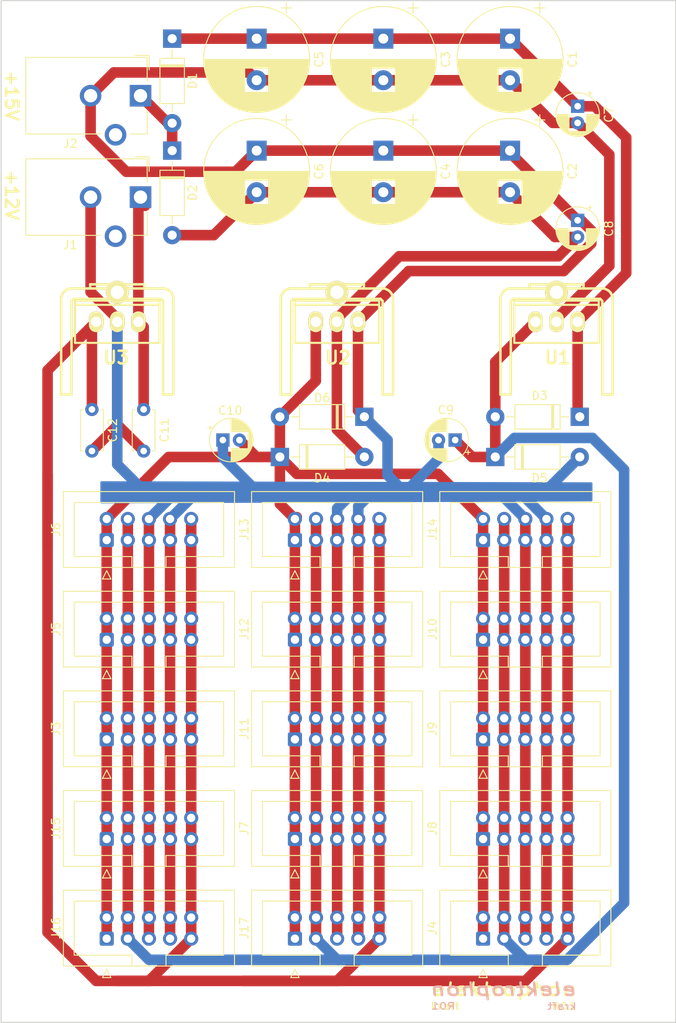
<source format=kicad_pcb>
(kicad_pcb (version 20171130) (host pcbnew 5.1.9)
  (title_block (title kraft) (date 2021-05-15) (rev R01) (comment 1 "main circuit") (comment 2 "Wall Wart Power Supply (+15V/-15V/5V)") (comment 4 "License CC BY 4.0 - Attribution 4.0 International"))
  (layers (0 F.Cu signal) (31 B.Cu signal) (34 B.Paste user) (35 F.Paste user) (36 B.SilkS user) (37 F.SilkS user) (38 B.Mask user) (39 F.Mask user) (44 Edge.Cuts user))
  (net 0 "")
  (net 1 "Net-(C1-Pad1)")
  (net 2 "Net-(C2-Pad2)")
  (net 3 -15V)
  (net 4 +15V)
  (net 5 +5V)
  (net 6 +12V)
  (net 7 15V_N)
  (net 8 15V_AC)
  (net 9 "Net-(J1-Pad3)")
  (net 10 "Net-(J2-Pad3)")
  (module "elektrophon:elektrophon logo" (layer F.Cu) (at 82.55 145.288)
    (fp_text reference REF** hide)
    (fp_text value "elektrophon logo" hide)
    (fp_text user kraft (at 8.84 1.02) (layer B.SilkS) (effects (font (size 0.8 1)) (justify left mirror)))
    (fp_text user R01 (at -8.83 1) (layer B.SilkS) (effects (font (size 0.8 1)) (justify right mirror)))
    (fp_text user elektrophon (at 0 -1.016) (layer B.SilkS) (effects (font (size 1.5 2) (thickness 0.3) italic) (justify mirror)))
    (fp_text user R01 (at 8.8 1.02) (layer F.SilkS) (effects (font (size 0.8 1)) (justify right)))
    (fp_text user kraft (at -8.88 1) (layer F.SilkS) (effects (font (size 0.8 1)) (justify left)))
    (fp_text user elektrophon (at 0 -1.016) (layer F.SilkS) (effects (font (size 1.5 2) (thickness 0.3) italic)))
  )
  (module Capacitor_THT:C_Disc_D4.7mm_W2.5mm_P5.00mm (layer F.Cu) (at 33.02 74.549 270)
    (fp_text reference C12 (at 2.5 -2.5 90) (layer F.SilkS))
    (fp_text value 0.1)
    (pad 2 thru_hole circle (at 5 0 270) (size 1.6 1.6) (drill 0.8) (layers *.Cu *.Mask) (net 7 15V_N))
    (pad 1 thru_hole circle (at 0 0 270) (size 1.6 1.6) (drill 0.8) (layers *.Cu *.Mask) (net 5 +5V))
  )
  (module Capacitor_THT:C_Disc_D4.7mm_W2.5mm_P5.00mm (layer F.Cu) (at 39.243 74.549 270)
    (fp_text reference C11 (at 2.5 -2.5 90) (layer F.SilkS))
    (fp_text value 0.33)
    (pad 2 thru_hole circle (at 5 0 270) (size 1.6 1.6) (drill 0.8) (layers *.Cu *.Mask) (net 7 15V_N))
    (pad 1 thru_hole circle (at 0 0 270) (size 1.6 1.6) (drill 0.8) (layers *.Cu *.Mask) (net 6 +12V))
  )
  (module Connector_BarrelJack:BarrelJack_CUI_PJ-102AH_Horizontal (layer F.Cu) (at 38.862 36.83 270)
    (fp_text reference J2 (at 5.75 8.45) (layer F.SilkS))
    (fp_text value PJ-102AH)
    (pad 3 thru_hole circle (at 4.7 3 270) (size 2.6 2.6) (drill 1.6) (layers *.Cu *.Mask) (net 10 "Net-(J2-Pad3)"))
    (pad 2 thru_hole circle (at 0 6 270) (size 2.6 2.6) (drill 1.6) (layers *.Cu *.Mask) (net 7 15V_N))
    (pad 1 thru_hole rect (at 0 0 270) (size 2.6 2.6) (drill 1.6) (layers *.Cu *.Mask) (net 8 15V_AC))
  )
  (module Connector_BarrelJack:BarrelJack_CUI_PJ-102AH_Horizontal (layer F.Cu) (at 38.862 49.022 270)
    (fp_text reference J1 (at 5.75 8.45) (layer F.SilkS))
    (fp_text value PJ-102AH)
    (pad 3 thru_hole circle (at 4.7 3 270) (size 2.6 2.6) (drill 1.6) (layers *.Cu *.Mask) (net 9 "Net-(J1-Pad3)"))
    (pad 2 thru_hole circle (at 0 6 270) (size 2.6 2.6) (drill 1.6) (layers *.Cu *.Mask) (net 7 15V_N))
    (pad 1 thru_hole rect (at 0 0 270) (size 2.6 2.6) (drill 1.6) (layers *.Cu *.Mask) (net 6 +12V))
  )
  (module Capacitor_THT:CP_Radial_D5.0mm_P2.00mm (layer F.Cu) (at 48.768 78.232)
    (fp_text reference C10 (at 0.889 -3.556) (layer F.SilkS))
    (fp_text value 1uF)
    (pad 2 thru_hole circle (at 2 0) (size 1.6 1.6) (drill 0.8) (layers *.Cu *.Mask) (net 3 -15V))
    (pad 1 thru_hole rect (at 0 0) (size 1.6 1.6) (drill 0.8) (layers *.Cu *.Mask) (net 7 15V_N))
  )
  (module Capacitor_THT:CP_Radial_D5.0mm_P2.00mm (layer F.Cu) (at 76.708 78.232 180)
    (fp_text reference C9 (at 1.127 3.616) (layer F.SilkS))
    (fp_text value 1uF)
    (pad 2 thru_hole circle (at 2 0 180) (size 1.6 1.6) (drill 0.8) (layers *.Cu *.Mask) (net 7 15V_N))
    (pad 1 thru_hole rect (at 0 0 180) (size 1.6 1.6) (drill 0.8) (layers *.Cu *.Mask) (net 4 +15V))
  )
  (module Capacitor_THT:CP_Radial_D5.0mm_P2.00mm (layer F.Cu) (at 91.44 51.816 270)
    (fp_text reference C8 (at 1 -3.75 90) (layer F.SilkS))
    (fp_text value 1uF)
    (pad 2 thru_hole circle (at 2 0 270) (size 1.6 1.6) (drill 0.8) (layers *.Cu *.Mask) (net 2 "Net-(C2-Pad2)"))
    (pad 1 thru_hole rect (at 0 0 270) (size 1.6 1.6) (drill 0.8) (layers *.Cu *.Mask) (net 7 15V_N))
  )
  (module Capacitor_THT:CP_Radial_D5.0mm_P2.00mm (layer F.Cu) (at 91.44 38.1 270)
    (fp_text reference C7 (at 1 -3.75 90) (layer F.SilkS))
    (fp_text value 1uF)
    (pad 2 thru_hole circle (at 2 0 270) (size 1.6 1.6) (drill 0.8) (layers *.Cu *.Mask) (net 7 15V_N))
    (pad 1 thru_hole rect (at 0 0 270) (size 1.6 1.6) (drill 0.8) (layers *.Cu *.Mask) (net 1 "Net-(C1-Pad1)"))
  )
  (module elektrophon:to220_std_5772 (layer F.Cu) (at 36.068 64.008)
    (fp_text reference U3 (at -0.127 4.318) (layer F.SilkS) (effects (font (size 1.524 1.524) (thickness 0.3048))))
    (fp_text value L7805 hide)
    (pad "" thru_hole circle (at 0 -3.54838) (size 2.74828 2.74828) (drill 1.59766) (layers *.Cu *.Mask F.SilkS))
    (pad 3 thru_hole oval (at -2.54 0) (size 1.74498 2.49936) (drill 1.24968) (layers *.Cu *.Mask F.SilkS) (net 5 +5V))
    (pad 2 thru_hole oval (at 0 0) (size 1.74498 2.49936) (drill 1.24968) (layers *.Cu *.Mask F.SilkS) (net 7 15V_N))
    (pad 1 thru_hole oval (at 2.54 0) (size 1.74498 2.49936) (drill 1.24968) (layers *.Cu *.Mask F.SilkS) (net 6 +12V))
  )
  (module elektrophon:to220_std_5772 (layer F.Cu) (at 62.484 64.008)
    (fp_text reference U2 (at 0.127 4.318) (layer F.SilkS) (effects (font (size 1.524 1.524) (thickness 0.3048))))
    (fp_text value L7915 hide)
    (pad "" thru_hole circle (at 0 -3.54838) (size 2.74828 2.74828) (drill 1.59766) (layers *.Cu *.Mask F.SilkS))
    (pad 3 thru_hole oval (at -2.54 0) (size 1.74498 2.49936) (drill 1.24968) (layers *.Cu *.Mask F.SilkS) (net 3 -15V))
    (pad 2 thru_hole oval (at 0 0) (size 1.74498 2.49936) (drill 1.24968) (layers *.Cu *.Mask F.SilkS) (net 2 "Net-(C2-Pad2)"))
    (pad 1 thru_hole oval (at 2.54 0) (size 1.74498 2.49936) (drill 1.24968) (layers *.Cu *.Mask F.SilkS) (net 7 15V_N))
  )
  (module elektrophon:to220_std_5772 (layer F.Cu) (at 88.9 64.008)
    (fp_text reference U1 (at 0.127 4.318) (layer F.SilkS) (effects (font (size 1.524 1.524) (thickness 0.3048))))
    (fp_text value L7815 hide)
    (pad "" thru_hole circle (at 0 -3.54838) (size 2.74828 2.74828) (drill 1.59766) (layers *.Cu *.Mask F.SilkS))
    (pad 3 thru_hole oval (at -2.54 0) (size 1.74498 2.49936) (drill 1.24968) (layers *.Cu *.Mask F.SilkS) (net 4 +15V))
    (pad 2 thru_hole oval (at 0 0) (size 1.74498 2.49936) (drill 1.24968) (layers *.Cu *.Mask F.SilkS) (net 7 15V_N))
    (pad 1 thru_hole oval (at 2.54 0) (size 1.74498 2.49936) (drill 1.24968) (layers *.Cu *.Mask F.SilkS) (net 1 "Net-(C1-Pad1)"))
  )
  (module Capacitor_THT:CP_Radial_D12.5mm_P5.00mm (layer F.Cu) (at 52.832 43.434 270)
    (fp_text reference C6 (at 2.5 -7.5 90) (layer F.SilkS))
    (fp_text value 3300uF)
    (pad 2 thru_hole circle (at 5 0 270) (size 2.4 2.4) (drill 1.2) (layers *.Cu *.Mask) (net 2 "Net-(C2-Pad2)"))
    (pad 1 thru_hole rect (at 0 0 270) (size 2.4 2.4) (drill 1.2) (layers *.Cu *.Mask) (net 7 15V_N))
  )
  (module Capacitor_THT:CP_Radial_D12.5mm_P5.00mm (layer F.Cu) (at 52.832 29.972 270)
    (fp_text reference C5 (at 2.5 -7.5 90) (layer F.SilkS))
    (fp_text value 3300uF)
    (pad 2 thru_hole circle (at 5 0 270) (size 2.4 2.4) (drill 1.2) (layers *.Cu *.Mask) (net 7 15V_N))
    (pad 1 thru_hole rect (at 0 0 270) (size 2.4 2.4) (drill 1.2) (layers *.Cu *.Mask) (net 1 "Net-(C1-Pad1)"))
  )
  (module Capacitor_THT:CP_Radial_D12.5mm_P5.00mm (layer F.Cu) (at 68.072 43.434 270)
    (fp_text reference C4 (at 2.5 -7.5 90) (layer F.SilkS))
    (fp_text value 3300uF)
    (pad 2 thru_hole circle (at 5 0 270) (size 2.4 2.4) (drill 1.2) (layers *.Cu *.Mask) (net 2 "Net-(C2-Pad2)"))
    (pad 1 thru_hole rect (at 0 0 270) (size 2.4 2.4) (drill 1.2) (layers *.Cu *.Mask) (net 7 15V_N))
  )
  (module Capacitor_THT:CP_Radial_D12.5mm_P5.00mm (layer F.Cu) (at 68.072 29.972 270)
    (fp_text reference C3 (at 2.5 -7.5 90) (layer F.SilkS))
    (fp_text value 3300uF)
    (pad 2 thru_hole circle (at 5 0 270) (size 2.4 2.4) (drill 1.2) (layers *.Cu *.Mask) (net 7 15V_N))
    (pad 1 thru_hole rect (at 0 0 270) (size 2.4 2.4) (drill 1.2) (layers *.Cu *.Mask) (net 1 "Net-(C1-Pad1)"))
  )
  (module Capacitor_THT:CP_Radial_D12.5mm_P5.00mm (layer F.Cu) (at 83.312 43.434 270)
    (fp_text reference C2 (at 2.5 -7.5 90) (layer F.SilkS))
    (fp_text value 3300uF)
    (pad 2 thru_hole circle (at 5 0 270) (size 2.4 2.4) (drill 1.2) (layers *.Cu *.Mask) (net 2 "Net-(C2-Pad2)"))
    (pad 1 thru_hole rect (at 0 0 270) (size 2.4 2.4) (drill 1.2) (layers *.Cu *.Mask) (net 7 15V_N))
  )
  (module Capacitor_THT:CP_Radial_D12.5mm_P5.00mm (layer F.Cu) (at 83.312 29.972 270)
    (fp_text reference C1 (at 2.5 -7.5 90) (layer F.SilkS))
    (fp_text value 3300uF)
    (pad 2 thru_hole circle (at 5 0 270) (size 2.4 2.4) (drill 1.2) (layers *.Cu *.Mask) (net 7 15V_N))
    (pad 1 thru_hole rect (at 0 0 270) (size 2.4 2.4) (drill 1.2) (layers *.Cu *.Mask) (net 1 "Net-(C1-Pad1)"))
  )
  (module Connector_IDC:IDC-Header_2x05_P2.54mm_Vertical (layer F.Cu) (at 57.433 138.176 90)
    (fp_text reference J17 (at 1.27 -6.1 90) (layer F.SilkS))
    (fp_text value IDC_Header)
    (pad 10 thru_hole circle (at 2.54 10.16 90) (size 1.7 1.7) (drill 1) (layers *.Cu *.Mask) (net 5 +5V))
    (pad 8 thru_hole circle (at 2.54 7.62 90) (size 1.7 1.7) (drill 1) (layers *.Cu *.Mask) (net 7 15V_N))
    (pad 6 thru_hole circle (at 2.54 5.08 90) (size 1.7 1.7) (drill 1) (layers *.Cu *.Mask) (net 7 15V_N))
    (pad 4 thru_hole circle (at 2.54 2.54 90) (size 1.7 1.7) (drill 1) (layers *.Cu *.Mask) (net 4 +15V))
    (pad 2 thru_hole circle (at 2.54 0 90) (size 1.7 1.7) (drill 1) (layers *.Cu *.Mask) (net 3 -15V))
    (pad 9 thru_hole circle (at 0 10.16 90) (size 1.7 1.7) (drill 1) (layers *.Cu *.Mask) (net 5 +5V))
    (pad 7 thru_hole circle (at 0 7.62 90) (size 1.7 1.7) (drill 1) (layers *.Cu *.Mask) (net 7 15V_N))
    (pad 5 thru_hole circle (at 0 5.08 90) (size 1.7 1.7) (drill 1) (layers *.Cu *.Mask) (net 7 15V_N))
    (pad 3 thru_hole circle (at 0 2.54 90) (size 1.7 1.7) (drill 1) (layers *.Cu *.Mask) (net 4 +15V))
    (pad 1 thru_hole roundrect (at 0 0 90) (size 1.7 1.7) (drill 1) (layers *.Cu *.Mask) (roundrect_rratio 0.147059) (net 3 -15V))
  )
  (module Connector_IDC:IDC-Header_2x05_P2.54mm_Vertical (layer F.Cu) (at 34.798 138.176 90)
    (fp_text reference J16 (at 1.27 -6.1 90) (layer F.SilkS))
    (fp_text value IDC_Header)
    (pad 10 thru_hole circle (at 2.54 10.16 90) (size 1.7 1.7) (drill 1) (layers *.Cu *.Mask) (net 5 +5V))
    (pad 8 thru_hole circle (at 2.54 7.62 90) (size 1.7 1.7) (drill 1) (layers *.Cu *.Mask) (net 7 15V_N))
    (pad 6 thru_hole circle (at 2.54 5.08 90) (size 1.7 1.7) (drill 1) (layers *.Cu *.Mask) (net 7 15V_N))
    (pad 4 thru_hole circle (at 2.54 2.54 90) (size 1.7 1.7) (drill 1) (layers *.Cu *.Mask) (net 4 +15V))
    (pad 2 thru_hole circle (at 2.54 0 90) (size 1.7 1.7) (drill 1) (layers *.Cu *.Mask) (net 3 -15V))
    (pad 9 thru_hole circle (at 0 10.16 90) (size 1.7 1.7) (drill 1) (layers *.Cu *.Mask) (net 5 +5V))
    (pad 7 thru_hole circle (at 0 7.62 90) (size 1.7 1.7) (drill 1) (layers *.Cu *.Mask) (net 7 15V_N))
    (pad 5 thru_hole circle (at 0 5.08 90) (size 1.7 1.7) (drill 1) (layers *.Cu *.Mask) (net 7 15V_N))
    (pad 3 thru_hole circle (at 0 2.54 90) (size 1.7 1.7) (drill 1) (layers *.Cu *.Mask) (net 4 +15V))
    (pad 1 thru_hole roundrect (at 0 0 90) (size 1.7 1.7) (drill 1) (layers *.Cu *.Mask) (roundrect_rratio 0.147059) (net 3 -15V))
  )
  (module Connector_IDC:IDC-Header_2x05_P2.54mm_Vertical (layer F.Cu) (at 34.798 126.196 90)
    (fp_text reference J15 (at 1.27 -6.1 90) (layer F.SilkS))
    (fp_text value IDC_Header)
    (pad 10 thru_hole circle (at 2.54 10.16 90) (size 1.7 1.7) (drill 1) (layers *.Cu *.Mask) (net 5 +5V))
    (pad 8 thru_hole circle (at 2.54 7.62 90) (size 1.7 1.7) (drill 1) (layers *.Cu *.Mask) (net 7 15V_N))
    (pad 6 thru_hole circle (at 2.54 5.08 90) (size 1.7 1.7) (drill 1) (layers *.Cu *.Mask) (net 7 15V_N))
    (pad 4 thru_hole circle (at 2.54 2.54 90) (size 1.7 1.7) (drill 1) (layers *.Cu *.Mask) (net 4 +15V))
    (pad 2 thru_hole circle (at 2.54 0 90) (size 1.7 1.7) (drill 1) (layers *.Cu *.Mask) (net 3 -15V))
    (pad 9 thru_hole circle (at 0 10.16 90) (size 1.7 1.7) (drill 1) (layers *.Cu *.Mask) (net 5 +5V))
    (pad 7 thru_hole circle (at 0 7.62 90) (size 1.7 1.7) (drill 1) (layers *.Cu *.Mask) (net 7 15V_N))
    (pad 5 thru_hole circle (at 0 5.08 90) (size 1.7 1.7) (drill 1) (layers *.Cu *.Mask) (net 7 15V_N))
    (pad 3 thru_hole circle (at 0 2.54 90) (size 1.7 1.7) (drill 1) (layers *.Cu *.Mask) (net 4 +15V))
    (pad 1 thru_hole roundrect (at 0 0 90) (size 1.7 1.7) (drill 1) (layers *.Cu *.Mask) (roundrect_rratio 0.147059) (net 3 -15V))
  )
  (module Connector_IDC:IDC-Header_2x05_P2.54mm_Vertical (layer F.Cu) (at 80.068 90.256 90)
    (fp_text reference J14 (at 1.27 -6.1 90) (layer F.SilkS))
    (fp_text value IDC_Header)
    (pad 10 thru_hole circle (at 2.54 10.16 90) (size 1.7 1.7) (drill 1) (layers *.Cu *.Mask) (net 5 +5V))
    (pad 8 thru_hole circle (at 2.54 7.62 90) (size 1.7 1.7) (drill 1) (layers *.Cu *.Mask) (net 7 15V_N))
    (pad 6 thru_hole circle (at 2.54 5.08 90) (size 1.7 1.7) (drill 1) (layers *.Cu *.Mask) (net 7 15V_N))
    (pad 4 thru_hole circle (at 2.54 2.54 90) (size 1.7 1.7) (drill 1) (layers *.Cu *.Mask) (net 4 +15V))
    (pad 2 thru_hole circle (at 2.54 0 90) (size 1.7 1.7) (drill 1) (layers *.Cu *.Mask) (net 3 -15V))
    (pad 9 thru_hole circle (at 0 10.16 90) (size 1.7 1.7) (drill 1) (layers *.Cu *.Mask) (net 5 +5V))
    (pad 7 thru_hole circle (at 0 7.62 90) (size 1.7 1.7) (drill 1) (layers *.Cu *.Mask) (net 7 15V_N))
    (pad 5 thru_hole circle (at 0 5.08 90) (size 1.7 1.7) (drill 1) (layers *.Cu *.Mask) (net 7 15V_N))
    (pad 3 thru_hole circle (at 0 2.54 90) (size 1.7 1.7) (drill 1) (layers *.Cu *.Mask) (net 4 +15V))
    (pad 1 thru_hole roundrect (at 0 0 90) (size 1.7 1.7) (drill 1) (layers *.Cu *.Mask) (roundrect_rratio 0.147059) (net 3 -15V))
  )
  (module Connector_IDC:IDC-Header_2x05_P2.54mm_Vertical (layer F.Cu) (at 57.433 90.256 90)
    (fp_text reference J13 (at 1.27 -6.1 90) (layer F.SilkS))
    (fp_text value IDC_Header)
    (pad 10 thru_hole circle (at 2.54 10.16 90) (size 1.7 1.7) (drill 1) (layers *.Cu *.Mask) (net 5 +5V))
    (pad 8 thru_hole circle (at 2.54 7.62 90) (size 1.7 1.7) (drill 1) (layers *.Cu *.Mask) (net 7 15V_N))
    (pad 6 thru_hole circle (at 2.54 5.08 90) (size 1.7 1.7) (drill 1) (layers *.Cu *.Mask) (net 7 15V_N))
    (pad 4 thru_hole circle (at 2.54 2.54 90) (size 1.7 1.7) (drill 1) (layers *.Cu *.Mask) (net 4 +15V))
    (pad 2 thru_hole circle (at 2.54 0 90) (size 1.7 1.7) (drill 1) (layers *.Cu *.Mask) (net 3 -15V))
    (pad 9 thru_hole circle (at 0 10.16 90) (size 1.7 1.7) (drill 1) (layers *.Cu *.Mask) (net 5 +5V))
    (pad 7 thru_hole circle (at 0 7.62 90) (size 1.7 1.7) (drill 1) (layers *.Cu *.Mask) (net 7 15V_N))
    (pad 5 thru_hole circle (at 0 5.08 90) (size 1.7 1.7) (drill 1) (layers *.Cu *.Mask) (net 7 15V_N))
    (pad 3 thru_hole circle (at 0 2.54 90) (size 1.7 1.7) (drill 1) (layers *.Cu *.Mask) (net 4 +15V))
    (pad 1 thru_hole roundrect (at 0 0 90) (size 1.7 1.7) (drill 1) (layers *.Cu *.Mask) (roundrect_rratio 0.147059) (net 3 -15V))
  )
  (module Connector_IDC:IDC-Header_2x05_P2.54mm_Vertical (layer F.Cu) (at 57.433 102.236 90)
    (fp_text reference J12 (at 1.27 -6.1 90) (layer F.SilkS))
    (fp_text value IDC_Header)
    (pad 10 thru_hole circle (at 2.54 10.16 90) (size 1.7 1.7) (drill 1) (layers *.Cu *.Mask) (net 5 +5V))
    (pad 8 thru_hole circle (at 2.54 7.62 90) (size 1.7 1.7) (drill 1) (layers *.Cu *.Mask) (net 7 15V_N))
    (pad 6 thru_hole circle (at 2.54 5.08 90) (size 1.7 1.7) (drill 1) (layers *.Cu *.Mask) (net 7 15V_N))
    (pad 4 thru_hole circle (at 2.54 2.54 90) (size 1.7 1.7) (drill 1) (layers *.Cu *.Mask) (net 4 +15V))
    (pad 2 thru_hole circle (at 2.54 0 90) (size 1.7 1.7) (drill 1) (layers *.Cu *.Mask) (net 3 -15V))
    (pad 9 thru_hole circle (at 0 10.16 90) (size 1.7 1.7) (drill 1) (layers *.Cu *.Mask) (net 5 +5V))
    (pad 7 thru_hole circle (at 0 7.62 90) (size 1.7 1.7) (drill 1) (layers *.Cu *.Mask) (net 7 15V_N))
    (pad 5 thru_hole circle (at 0 5.08 90) (size 1.7 1.7) (drill 1) (layers *.Cu *.Mask) (net 7 15V_N))
    (pad 3 thru_hole circle (at 0 2.54 90) (size 1.7 1.7) (drill 1) (layers *.Cu *.Mask) (net 4 +15V))
    (pad 1 thru_hole roundrect (at 0 0 90) (size 1.7 1.7) (drill 1) (layers *.Cu *.Mask) (roundrect_rratio 0.147059) (net 3 -15V))
  )
  (module Connector_IDC:IDC-Header_2x05_P2.54mm_Vertical (layer F.Cu) (at 57.433 114.216 90)
    (fp_text reference J11 (at 1.27 -6.1 90) (layer F.SilkS))
    (fp_text value IDC_Header)
    (pad 10 thru_hole circle (at 2.54 10.16 90) (size 1.7 1.7) (drill 1) (layers *.Cu *.Mask) (net 5 +5V))
    (pad 8 thru_hole circle (at 2.54 7.62 90) (size 1.7 1.7) (drill 1) (layers *.Cu *.Mask) (net 7 15V_N))
    (pad 6 thru_hole circle (at 2.54 5.08 90) (size 1.7 1.7) (drill 1) (layers *.Cu *.Mask) (net 7 15V_N))
    (pad 4 thru_hole circle (at 2.54 2.54 90) (size 1.7 1.7) (drill 1) (layers *.Cu *.Mask) (net 4 +15V))
    (pad 2 thru_hole circle (at 2.54 0 90) (size 1.7 1.7) (drill 1) (layers *.Cu *.Mask) (net 3 -15V))
    (pad 9 thru_hole circle (at 0 10.16 90) (size 1.7 1.7) (drill 1) (layers *.Cu *.Mask) (net 5 +5V))
    (pad 7 thru_hole circle (at 0 7.62 90) (size 1.7 1.7) (drill 1) (layers *.Cu *.Mask) (net 7 15V_N))
    (pad 5 thru_hole circle (at 0 5.08 90) (size 1.7 1.7) (drill 1) (layers *.Cu *.Mask) (net 7 15V_N))
    (pad 3 thru_hole circle (at 0 2.54 90) (size 1.7 1.7) (drill 1) (layers *.Cu *.Mask) (net 4 +15V))
    (pad 1 thru_hole roundrect (at 0 0 90) (size 1.7 1.7) (drill 1) (layers *.Cu *.Mask) (roundrect_rratio 0.147059) (net 3 -15V))
  )
  (module Connector_IDC:IDC-Header_2x05_P2.54mm_Vertical (layer F.Cu) (at 80.068 102.236 90)
    (fp_text reference J10 (at 1.27 -6.1 90) (layer F.SilkS))
    (fp_text value IDC_Header)
    (pad 10 thru_hole circle (at 2.54 10.16 90) (size 1.7 1.7) (drill 1) (layers *.Cu *.Mask) (net 5 +5V))
    (pad 8 thru_hole circle (at 2.54 7.62 90) (size 1.7 1.7) (drill 1) (layers *.Cu *.Mask) (net 7 15V_N))
    (pad 6 thru_hole circle (at 2.54 5.08 90) (size 1.7 1.7) (drill 1) (layers *.Cu *.Mask) (net 7 15V_N))
    (pad 4 thru_hole circle (at 2.54 2.54 90) (size 1.7 1.7) (drill 1) (layers *.Cu *.Mask) (net 4 +15V))
    (pad 2 thru_hole circle (at 2.54 0 90) (size 1.7 1.7) (drill 1) (layers *.Cu *.Mask) (net 3 -15V))
    (pad 9 thru_hole circle (at 0 10.16 90) (size 1.7 1.7) (drill 1) (layers *.Cu *.Mask) (net 5 +5V))
    (pad 7 thru_hole circle (at 0 7.62 90) (size 1.7 1.7) (drill 1) (layers *.Cu *.Mask) (net 7 15V_N))
    (pad 5 thru_hole circle (at 0 5.08 90) (size 1.7 1.7) (drill 1) (layers *.Cu *.Mask) (net 7 15V_N))
    (pad 3 thru_hole circle (at 0 2.54 90) (size 1.7 1.7) (drill 1) (layers *.Cu *.Mask) (net 4 +15V))
    (pad 1 thru_hole roundrect (at 0 0 90) (size 1.7 1.7) (drill 1) (layers *.Cu *.Mask) (roundrect_rratio 0.147059) (net 3 -15V))
  )
  (module Connector_IDC:IDC-Header_2x05_P2.54mm_Vertical (layer F.Cu) (at 80.068 114.216 90)
    (fp_text reference J9 (at 1.27 -6.1 90) (layer F.SilkS))
    (fp_text value IDC_Header)
    (pad 10 thru_hole circle (at 2.54 10.16 90) (size 1.7 1.7) (drill 1) (layers *.Cu *.Mask) (net 5 +5V))
    (pad 8 thru_hole circle (at 2.54 7.62 90) (size 1.7 1.7) (drill 1) (layers *.Cu *.Mask) (net 7 15V_N))
    (pad 6 thru_hole circle (at 2.54 5.08 90) (size 1.7 1.7) (drill 1) (layers *.Cu *.Mask) (net 7 15V_N))
    (pad 4 thru_hole circle (at 2.54 2.54 90) (size 1.7 1.7) (drill 1) (layers *.Cu *.Mask) (net 4 +15V))
    (pad 2 thru_hole circle (at 2.54 0 90) (size 1.7 1.7) (drill 1) (layers *.Cu *.Mask) (net 3 -15V))
    (pad 9 thru_hole circle (at 0 10.16 90) (size 1.7 1.7) (drill 1) (layers *.Cu *.Mask) (net 5 +5V))
    (pad 7 thru_hole circle (at 0 7.62 90) (size 1.7 1.7) (drill 1) (layers *.Cu *.Mask) (net 7 15V_N))
    (pad 5 thru_hole circle (at 0 5.08 90) (size 1.7 1.7) (drill 1) (layers *.Cu *.Mask) (net 7 15V_N))
    (pad 3 thru_hole circle (at 0 2.54 90) (size 1.7 1.7) (drill 1) (layers *.Cu *.Mask) (net 4 +15V))
    (pad 1 thru_hole roundrect (at 0 0 90) (size 1.7 1.7) (drill 1) (layers *.Cu *.Mask) (roundrect_rratio 0.147059) (net 3 -15V))
  )
  (module Connector_IDC:IDC-Header_2x05_P2.54mm_Vertical (layer F.Cu) (at 80.068 126.196 90)
    (fp_text reference J8 (at 1.27 -6.1 90) (layer F.SilkS))
    (fp_text value IDC_Header)
    (pad 10 thru_hole circle (at 2.54 10.16 90) (size 1.7 1.7) (drill 1) (layers *.Cu *.Mask) (net 5 +5V))
    (pad 8 thru_hole circle (at 2.54 7.62 90) (size 1.7 1.7) (drill 1) (layers *.Cu *.Mask) (net 7 15V_N))
    (pad 6 thru_hole circle (at 2.54 5.08 90) (size 1.7 1.7) (drill 1) (layers *.Cu *.Mask) (net 7 15V_N))
    (pad 4 thru_hole circle (at 2.54 2.54 90) (size 1.7 1.7) (drill 1) (layers *.Cu *.Mask) (net 4 +15V))
    (pad 2 thru_hole circle (at 2.54 0 90) (size 1.7 1.7) (drill 1) (layers *.Cu *.Mask) (net 3 -15V))
    (pad 9 thru_hole circle (at 0 10.16 90) (size 1.7 1.7) (drill 1) (layers *.Cu *.Mask) (net 5 +5V))
    (pad 7 thru_hole circle (at 0 7.62 90) (size 1.7 1.7) (drill 1) (layers *.Cu *.Mask) (net 7 15V_N))
    (pad 5 thru_hole circle (at 0 5.08 90) (size 1.7 1.7) (drill 1) (layers *.Cu *.Mask) (net 7 15V_N))
    (pad 3 thru_hole circle (at 0 2.54 90) (size 1.7 1.7) (drill 1) (layers *.Cu *.Mask) (net 4 +15V))
    (pad 1 thru_hole roundrect (at 0 0 90) (size 1.7 1.7) (drill 1) (layers *.Cu *.Mask) (roundrect_rratio 0.147059) (net 3 -15V))
  )
  (module Connector_IDC:IDC-Header_2x05_P2.54mm_Vertical (layer F.Cu) (at 57.433 126.196 90)
    (fp_text reference J7 (at 1.27 -6.1 90) (layer F.SilkS))
    (fp_text value IDC_Header)
    (pad 10 thru_hole circle (at 2.54 10.16 90) (size 1.7 1.7) (drill 1) (layers *.Cu *.Mask) (net 5 +5V))
    (pad 8 thru_hole circle (at 2.54 7.62 90) (size 1.7 1.7) (drill 1) (layers *.Cu *.Mask) (net 7 15V_N))
    (pad 6 thru_hole circle (at 2.54 5.08 90) (size 1.7 1.7) (drill 1) (layers *.Cu *.Mask) (net 7 15V_N))
    (pad 4 thru_hole circle (at 2.54 2.54 90) (size 1.7 1.7) (drill 1) (layers *.Cu *.Mask) (net 4 +15V))
    (pad 2 thru_hole circle (at 2.54 0 90) (size 1.7 1.7) (drill 1) (layers *.Cu *.Mask) (net 3 -15V))
    (pad 9 thru_hole circle (at 0 10.16 90) (size 1.7 1.7) (drill 1) (layers *.Cu *.Mask) (net 5 +5V))
    (pad 7 thru_hole circle (at 0 7.62 90) (size 1.7 1.7) (drill 1) (layers *.Cu *.Mask) (net 7 15V_N))
    (pad 5 thru_hole circle (at 0 5.08 90) (size 1.7 1.7) (drill 1) (layers *.Cu *.Mask) (net 7 15V_N))
    (pad 3 thru_hole circle (at 0 2.54 90) (size 1.7 1.7) (drill 1) (layers *.Cu *.Mask) (net 4 +15V))
    (pad 1 thru_hole roundrect (at 0 0 90) (size 1.7 1.7) (drill 1) (layers *.Cu *.Mask) (roundrect_rratio 0.147059) (net 3 -15V))
  )
  (module Connector_IDC:IDC-Header_2x05_P2.54mm_Vertical (layer F.Cu) (at 34.798 90.256 90)
    (fp_text reference J6 (at 1.27 -6.1 90) (layer F.SilkS))
    (fp_text value IDC_Header)
    (pad 10 thru_hole circle (at 2.54 10.16 90) (size 1.7 1.7) (drill 1) (layers *.Cu *.Mask) (net 5 +5V))
    (pad 8 thru_hole circle (at 2.54 7.62 90) (size 1.7 1.7) (drill 1) (layers *.Cu *.Mask) (net 7 15V_N))
    (pad 6 thru_hole circle (at 2.54 5.08 90) (size 1.7 1.7) (drill 1) (layers *.Cu *.Mask) (net 7 15V_N))
    (pad 4 thru_hole circle (at 2.54 2.54 90) (size 1.7 1.7) (drill 1) (layers *.Cu *.Mask) (net 4 +15V))
    (pad 2 thru_hole circle (at 2.54 0 90) (size 1.7 1.7) (drill 1) (layers *.Cu *.Mask) (net 3 -15V))
    (pad 9 thru_hole circle (at 0 10.16 90) (size 1.7 1.7) (drill 1) (layers *.Cu *.Mask) (net 5 +5V))
    (pad 7 thru_hole circle (at 0 7.62 90) (size 1.7 1.7) (drill 1) (layers *.Cu *.Mask) (net 7 15V_N))
    (pad 5 thru_hole circle (at 0 5.08 90) (size 1.7 1.7) (drill 1) (layers *.Cu *.Mask) (net 7 15V_N))
    (pad 3 thru_hole circle (at 0 2.54 90) (size 1.7 1.7) (drill 1) (layers *.Cu *.Mask) (net 4 +15V))
    (pad 1 thru_hole roundrect (at 0 0 90) (size 1.7 1.7) (drill 1) (layers *.Cu *.Mask) (roundrect_rratio 0.147059) (net 3 -15V))
  )
  (module Connector_IDC:IDC-Header_2x05_P2.54mm_Vertical (layer F.Cu) (at 34.798 102.236 90)
    (fp_text reference J5 (at 1.27 -6.1 90) (layer F.SilkS))
    (fp_text value IDC_Header)
    (pad 10 thru_hole circle (at 2.54 10.16 90) (size 1.7 1.7) (drill 1) (layers *.Cu *.Mask) (net 5 +5V))
    (pad 8 thru_hole circle (at 2.54 7.62 90) (size 1.7 1.7) (drill 1) (layers *.Cu *.Mask) (net 7 15V_N))
    (pad 6 thru_hole circle (at 2.54 5.08 90) (size 1.7 1.7) (drill 1) (layers *.Cu *.Mask) (net 7 15V_N))
    (pad 4 thru_hole circle (at 2.54 2.54 90) (size 1.7 1.7) (drill 1) (layers *.Cu *.Mask) (net 4 +15V))
    (pad 2 thru_hole circle (at 2.54 0 90) (size 1.7 1.7) (drill 1) (layers *.Cu *.Mask) (net 3 -15V))
    (pad 9 thru_hole circle (at 0 10.16 90) (size 1.7 1.7) (drill 1) (layers *.Cu *.Mask) (net 5 +5V))
    (pad 7 thru_hole circle (at 0 7.62 90) (size 1.7 1.7) (drill 1) (layers *.Cu *.Mask) (net 7 15V_N))
    (pad 5 thru_hole circle (at 0 5.08 90) (size 1.7 1.7) (drill 1) (layers *.Cu *.Mask) (net 7 15V_N))
    (pad 3 thru_hole circle (at 0 2.54 90) (size 1.7 1.7) (drill 1) (layers *.Cu *.Mask) (net 4 +15V))
    (pad 1 thru_hole roundrect (at 0 0 90) (size 1.7 1.7) (drill 1) (layers *.Cu *.Mask) (roundrect_rratio 0.147059) (net 3 -15V))
  )
  (module Connector_IDC:IDC-Header_2x05_P2.54mm_Vertical (layer F.Cu) (at 80.068 138.176 90)
    (fp_text reference J4 (at 1.27 -6.1 90) (layer F.SilkS))
    (fp_text value IDC_Header)
    (pad 10 thru_hole circle (at 2.54 10.16 90) (size 1.7 1.7) (drill 1) (layers *.Cu *.Mask) (net 5 +5V))
    (pad 8 thru_hole circle (at 2.54 7.62 90) (size 1.7 1.7) (drill 1) (layers *.Cu *.Mask) (net 7 15V_N))
    (pad 6 thru_hole circle (at 2.54 5.08 90) (size 1.7 1.7) (drill 1) (layers *.Cu *.Mask) (net 7 15V_N))
    (pad 4 thru_hole circle (at 2.54 2.54 90) (size 1.7 1.7) (drill 1) (layers *.Cu *.Mask) (net 4 +15V))
    (pad 2 thru_hole circle (at 2.54 0 90) (size 1.7 1.7) (drill 1) (layers *.Cu *.Mask) (net 3 -15V))
    (pad 9 thru_hole circle (at 0 10.16 90) (size 1.7 1.7) (drill 1) (layers *.Cu *.Mask) (net 5 +5V))
    (pad 7 thru_hole circle (at 0 7.62 90) (size 1.7 1.7) (drill 1) (layers *.Cu *.Mask) (net 7 15V_N))
    (pad 5 thru_hole circle (at 0 5.08 90) (size 1.7 1.7) (drill 1) (layers *.Cu *.Mask) (net 7 15V_N))
    (pad 3 thru_hole circle (at 0 2.54 90) (size 1.7 1.7) (drill 1) (layers *.Cu *.Mask) (net 4 +15V))
    (pad 1 thru_hole roundrect (at 0 0 90) (size 1.7 1.7) (drill 1) (layers *.Cu *.Mask) (roundrect_rratio 0.147059) (net 3 -15V))
  )
  (module Connector_IDC:IDC-Header_2x05_P2.54mm_Vertical (layer F.Cu) (at 34.798 114.216 90)
    (fp_text reference J3 (at 1.27 -6.1 90) (layer F.SilkS))
    (fp_text value IDC_Header)
    (pad 10 thru_hole circle (at 2.54 10.16 90) (size 1.7 1.7) (drill 1) (layers *.Cu *.Mask) (net 5 +5V))
    (pad 8 thru_hole circle (at 2.54 7.62 90) (size 1.7 1.7) (drill 1) (layers *.Cu *.Mask) (net 7 15V_N))
    (pad 6 thru_hole circle (at 2.54 5.08 90) (size 1.7 1.7) (drill 1) (layers *.Cu *.Mask) (net 7 15V_N))
    (pad 4 thru_hole circle (at 2.54 2.54 90) (size 1.7 1.7) (drill 1) (layers *.Cu *.Mask) (net 4 +15V))
    (pad 2 thru_hole circle (at 2.54 0 90) (size 1.7 1.7) (drill 1) (layers *.Cu *.Mask) (net 3 -15V))
    (pad 9 thru_hole circle (at 0 10.16 90) (size 1.7 1.7) (drill 1) (layers *.Cu *.Mask) (net 5 +5V))
    (pad 7 thru_hole circle (at 0 7.62 90) (size 1.7 1.7) (drill 1) (layers *.Cu *.Mask) (net 7 15V_N))
    (pad 5 thru_hole circle (at 0 5.08 90) (size 1.7 1.7) (drill 1) (layers *.Cu *.Mask) (net 7 15V_N))
    (pad 3 thru_hole circle (at 0 2.54 90) (size 1.7 1.7) (drill 1) (layers *.Cu *.Mask) (net 4 +15V))
    (pad 1 thru_hole roundrect (at 0 0 90) (size 1.7 1.7) (drill 1) (layers *.Cu *.Mask) (roundrect_rratio 0.147059) (net 3 -15V))
  )
  (module Diode_THT:D_DO-41_SOD81_P10.16mm_Horizontal (layer F.Cu) (at 65.786 75.438 180)
    (fp_text reference D6 (at 5.08 2.286) (layer F.SilkS))
    (fp_text value 1N4004)
    (pad 2 thru_hole oval (at 10.16 0 180) (size 2.2 2.2) (drill 1.1) (layers *.Cu *.Mask) (net 3 -15V))
    (pad 1 thru_hole rect (at 0 0 180) (size 2.2 2.2) (drill 1.1) (layers *.Cu *.Mask) (net 7 15V_N))
  )
  (module Diode_THT:D_DO-41_SOD81_P10.16mm_Horizontal (layer F.Cu) (at 81.534 80.264)
    (fp_text reference D5 (at 5.334 2.54 180) (layer F.SilkS))
    (fp_text value 1N4004)
    (pad 2 thru_hole oval (at 10.16 0) (size 2.2 2.2) (drill 1.1) (layers *.Cu *.Mask) (net 7 15V_N))
    (pad 1 thru_hole rect (at 0 0) (size 2.2 2.2) (drill 1.1) (layers *.Cu *.Mask) (net 4 +15V))
  )
  (module Diode_THT:D_DO-41_SOD81_P10.16mm_Horizontal (layer F.Cu) (at 55.626 80.264)
    (fp_text reference D4 (at 5.08 2.54) (layer F.SilkS))
    (fp_text value 1N4004)
    (pad 2 thru_hole oval (at 10.16 0) (size 2.2 2.2) (drill 1.1) (layers *.Cu *.Mask) (net 2 "Net-(C2-Pad2)"))
    (pad 1 thru_hole rect (at 0 0) (size 2.2 2.2) (drill 1.1) (layers *.Cu *.Mask) (net 3 -15V))
  )
  (module Diode_THT:D_DO-41_SOD81_P10.16mm_Horizontal (layer F.Cu) (at 91.694 75.438 180)
    (fp_text reference D3 (at 4.826 2.54 180) (layer F.SilkS))
    (fp_text value 1N4004)
    (pad 2 thru_hole oval (at 10.16 0 180) (size 2.2 2.2) (drill 1.1) (layers *.Cu *.Mask) (net 4 +15V))
    (pad 1 thru_hole rect (at 0 0 180) (size 2.2 2.2) (drill 1.1) (layers *.Cu *.Mask) (net 1 "Net-(C1-Pad1)"))
  )
  (module Diode_THT:D_DO-41_SOD81_P10.16mm_Horizontal (layer F.Cu) (at 42.672 43.434 270)
    (fp_text reference D2 (at 5.08 -2.47 90) (layer F.SilkS))
    (fp_text value 1N4004)
    (pad 2 thru_hole oval (at 10.16 0 270) (size 2.2 2.2) (drill 1.1) (layers *.Cu *.Mask) (net 2 "Net-(C2-Pad2)"))
    (pad 1 thru_hole rect (at 0 0 270) (size 2.2 2.2) (drill 1.1) (layers *.Cu *.Mask) (net 8 15V_AC))
  )
  (module Diode_THT:D_DO-41_SOD81_P10.16mm_Horizontal (layer F.Cu) (at 42.672 29.972 270)
    (fp_text reference D1 (at 5.08 -2.47 90) (layer F.SilkS))
    (fp_text value 1N4004)
    (pad 2 thru_hole oval (at 10.16 0 270) (size 2.2 2.2) (drill 1.1) (layers *.Cu *.Mask) (net 8 15V_AC))
    (pad 1 thru_hole rect (at 0 0 270) (size 2.2 2.2) (drill 1.1) (layers *.Cu *.Mask) (net 1 "Net-(C1-Pad1)"))
  )
  (module MountingHole:MountingHole_2.2mm_M2 (layer F.Cu) (at 27.248 145.24)
    (fp_text reference H4 hide)
    (fp_text value MountingHole hide)
    (pad 1 np_thru_hole circle (at 0 0) (size 2.2 2.2) (drill 2.2) (layers *.Cu *.Mask))
  )
  (module MountingHole:MountingHole_2.2mm_M2 (layer F.Cu) (at 98.084 145.24)
    (fp_text reference H3 hide)
    (fp_text value MountingHole hide)
    (pad 1 np_thru_hole circle (at 0 0) (size 2.2 2.2) (drill 2.2) (layers *.Cu *.Mask))
  )
  (module MountingHole:MountingHole_2.2mm_M2 (layer F.Cu) (at 98.084 28.4 180)
    (fp_text reference H2 hide)
    (fp_text value MountingHole hide)
    (pad 1 np_thru_hole circle (at 0 0 180) (size 2.2 2.2) (drill 2.2) (layers *.Cu *.Mask))
  )
  (module MountingHole:MountingHole_2.2mm_M2 (layer F.Cu) (at 27.248 28.4)
    (fp_text reference H1 hide)
    (fp_text value MountingHole hide)
    (pad 1 np_thru_hole circle (at 0 0) (size 2.2 2.2) (drill 2.2) (layers *.Cu *.Mask))
  )
  (gr_text +12V (at 23.368 48.768 270) (layer F.SilkS) (effects (font (size 1.5 1.5) (thickness 0.3))))
  (gr_text +15V (at 23.368 36.83 270) (layer F.SilkS) (effects (font (size 1.5 1.5) (thickness 0.3))))
  (gr_line (start 22.098 148.24) (end 22.098 25.4) (layer Edge.Cuts) (width 0.12))
  (gr_line (start 103.234 148.24) (end 22.098 148.24) (layer Edge.Cuts) (width 0.12))
  (gr_line (start 103.234 25.4) (end 103.234 148.24) (layer Edge.Cuts) (width 0.12))
  (gr_line (start 22.098 25.4) (end 103.234 25.4) (layer Edge.Cuts) (width 0.12))
  (segment (start 42.672 29.972) (end 83.312 29.972) (width 1.27) (layer F.Cu) (net 1))
  (segment (start 91.44 38.1) (end 83.312 29.972) (width 1.27) (layer F.Cu) (net 1))
  (segment (start 93.51 38.1) (end 97.282 41.872) (width 1.27) (layer F.Cu) (net 1))
  (segment (start 91.44 38.1) (end 93.51 38.1) (width 1.27) (layer F.Cu) (net 1))
  (segment (start 97.282 41.872) (end 97.282 58.166) (width 1.27) (layer F.Cu) (net 1))
  (segment (start 97.282 58.166) (end 91.44 64.008) (width 1.27) (layer F.Cu) (net 1))
  (segment (start 91.694 64.262) (end 91.44 64.008) (width 1.27) (layer F.Cu) (net 1))
  (segment (start 91.44 75.184) (end 91.694 75.438) (width 1.27) (layer F.Cu) (net 1))
  (segment (start 91.44 64.008) (end 91.44 75.184) (width 1.27) (layer F.Cu) (net 1))
  (segment (start 47.672 53.594) (end 52.832 48.434) (width 1.27) (layer F.Cu) (net 2))
  (segment (start 42.672 53.594) (end 47.672 53.594) (width 1.27) (layer F.Cu) (net 2))
  (segment (start 52.832 48.434) (end 83.312 48.434) (width 1.27) (layer F.Cu) (net 2))
  (segment (start 88.694 53.816) (end 91.44 53.816) (width 1.27) (layer F.Cu) (net 2))
  (segment (start 83.312 48.434) (end 88.694 53.816) (width 1.27) (layer F.Cu) (net 2))
  (segment (start 62.484 63.63081) (end 62.484 64.008) (width 1.27) (layer F.Cu) (net 2))
  (segment (start 69.98081 56.134) (end 62.484 63.63081) (width 1.27) (layer F.Cu) (net 2))
  (segment (start 89.122 56.134) (end 69.98081 56.134) (width 1.27) (layer F.Cu) (net 2))
  (segment (start 91.44 53.816) (end 89.122 56.134) (width 1.27) (layer F.Cu) (net 2))
  (segment (start 62.484 76.962) (end 62.484 64.008) (width 1.27) (layer F.Cu) (net 2))
  (segment (start 65.786 80.264) (end 62.484 76.962) (width 1.27) (layer F.Cu) (net 2))
  (segment (start 57.658 87.491) (end 57.433 87.716) (width 1.27) (layer F.Cu) (net 3))
  (segment (start 52.8 80.264) (end 50.768 78.232) (width 1.27) (layer F.Cu) (net 3))
  (segment (start 55.626 80.264) (end 52.8 80.264) (width 1.27) (layer F.Cu) (net 3))
  (segment (start 34.844198 87.716) (end 34.798 87.716) (width 1.27) (layer F.Cu) (net 3))
  (segment (start 42.25 80.264) (end 48.26 80.264) (width 1.27) (layer F.Cu) (net 3))
  (segment (start 34.798 87.716) (end 42.25 80.264) (width 1.27) (layer F.Cu) (net 3))
  (segment (start 48.26 80.264) (end 47.376198 80.264) (width 1.27) (layer F.Cu) (net 3))
  (segment (start 55.626 80.264) (end 48.26 80.264) (width 1.27) (layer F.Cu) (net 3))
  (segment (start 59.944 71.12) (end 55.626 75.438) (width 1.27) (layer F.Cu) (net 3))
  (segment (start 59.944 70.358) (end 59.944 71.12) (width 1.27) (layer F.Cu) (net 3))
  (segment (start 59.944 64.008) (end 59.944 70.358) (width 1.27) (layer F.Cu) (net 3))
  (segment (start 55.626 80.264) (end 55.626 75.438) (width 1.27) (layer F.Cu) (net 3))
  (segment (start 55.626 85.909) (end 57.433 87.716) (width 1.27) (layer F.Cu) (net 3))
  (segment (start 55.626 80.264) (end 55.626 85.909) (width 1.27) (layer F.Cu) (net 3))
  (segment (start 74.648 82.296) (end 80.068 87.716) (width 1.27) (layer F.Cu) (net 3))
  (segment (start 57.658 82.296) (end 74.648 82.296) (width 1.27) (layer F.Cu) (net 3))
  (segment (start 55.626 80.264) (end 57.658 82.296) (width 1.27) (layer F.Cu) (net 3))
  (segment (start 34.798 138.176) (end 34.798 87.716) (width 1.27) (layer F.Cu) (net 3))
  (segment (start 57.433 87.716) (end 57.433 138.176) (width 1.27) (layer F.Cu) (net 3))
  (segment (start 80.068 138.176) (end 80.068 87.716) (width 1.27) (layer F.Cu) (net 3))
  (segment (start 39.878 140.716) (end 37.338 138.176) (width 1.27) (layer B.Cu) (net 4))
  (segment (start 62.513 140.716) (end 59.973 138.176) (width 1.27) (layer B.Cu) (net 4))
  (segment (start 64.008 140.716) (end 62.513 140.716) (width 1.27) (layer B.Cu) (net 4))
  (segment (start 64.008 140.716) (end 39.878 140.716) (width 1.27) (layer B.Cu) (net 4))
  (segment (start 85.148 140.716) (end 82.608 138.176) (width 1.27) (layer B.Cu) (net 4))
  (segment (start 86.868 140.716) (end 85.148 140.716) (width 1.27) (layer B.Cu) (net 4))
  (segment (start 86.868 140.716) (end 64.008 140.716) (width 1.27) (layer B.Cu) (net 4))
  (segment (start 90.181802 140.716) (end 86.868 140.716) (width 1.27) (layer B.Cu) (net 4))
  (segment (start 97.028 133.869802) (end 90.181802 140.716) (width 1.27) (layer B.Cu) (net 4))
  (segment (start 81.534 68.834) (end 86.36 64.008) (width 1.27) (layer F.Cu) (net 4))
  (segment (start 81.534 76.454) (end 81.534 68.834) (width 1.27) (layer F.Cu) (net 4))
  (segment (start 81.534 80.264) (end 81.534 76.454) (width 1.27) (layer F.Cu) (net 4))
  (segment (start 78.74 80.264) (end 76.708 78.232) (width 1.27) (layer F.Cu) (net 4))
  (segment (start 81.534 80.264) (end 78.74 80.264) (width 1.27) (layer F.Cu) (net 4))
  (segment (start 97.028 96.774) (end 97.028 133.869802) (width 1.27) (layer B.Cu) (net 4))
  (segment (start 97.028 96.774) (end 97.028 92.71) (width 1.27) (layer B.Cu) (net 4))
  (segment (start 97.028 92.71) (end 97.028 90.678) (width 1.27) (layer B.Cu) (net 4))
  (segment (start 83.82 77.978) (end 81.534 80.264) (width 1.27) (layer B.Cu) (net 4))
  (segment (start 93.218 77.978) (end 83.82 77.978) (width 1.27) (layer B.Cu) (net 4))
  (segment (start 97.028 81.788) (end 93.218 77.978) (width 1.27) (layer B.Cu) (net 4))
  (segment (start 97.028 92.71) (end 97.028 81.788) (width 1.27) (layer B.Cu) (net 4))
  (segment (start 37.338 87.716) (end 37.338 138.176) (width 1.27) (layer F.Cu) (net 4))
  (segment (start 59.973 138.176) (end 59.973 87.716) (width 1.27) (layer F.Cu) (net 4))
  (segment (start 82.608 87.716) (end 82.608 138.176) (width 1.27) (layer F.Cu) (net 4))
  (segment (start 85.148 143.256) (end 90.228 138.176) (width 1.27) (layer F.Cu) (net 5))
  (segment (start 62.513 143.256) (end 67.593 138.176) (width 1.27) (layer F.Cu) (net 5))
  (segment (start 51.308 143.256) (end 62.513 143.256) (width 1.27) (layer F.Cu) (net 5))
  (segment (start 51.308 143.256) (end 85.148 143.256) (width 1.27) (layer F.Cu) (net 5))
  (segment (start 36.068 143.256) (end 39.878 143.256) (width 1.27) (layer F.Cu) (net 5))
  (segment (start 39.878 143.256) (end 44.958 138.176) (width 1.27) (layer F.Cu) (net 5))
  (segment (start 27.686 82.296) (end 27.686 85.852) (width 1.27) (layer F.Cu) (net 5))
  (segment (start 33.528 143.256) (end 36.068 143.256) (width 1.27) (layer F.Cu) (net 5))
  (segment (start 27.686 133.604) (end 27.686 137.414) (width 1.27) (layer F.Cu) (net 5))
  (segment (start 36.068 143.256) (end 51.308 143.256) (width 1.27) (layer F.Cu) (net 5))
  (segment (start 27.686 85.852) (end 27.686 133.604) (width 1.27) (layer F.Cu) (net 5))
  (segment (start 27.686 137.414) (end 30.988 140.716) (width 1.27) (layer F.Cu) (net 5))
  (segment (start 29.718 139.446) (end 30.988 140.716) (width 1.27) (layer F.Cu) (net 5))
  (segment (start 30.988 140.716) (end 33.528 143.256) (width 1.27) (layer F.Cu) (net 5))
  (segment (start 27.686 69.85) (end 33.528 64.008) (width 1.27) (layer F.Cu) (net 5))
  (segment (start 27.686 86.868) (end 27.686 69.85) (width 1.27) (layer F.Cu) (net 5))
  (segment (start 27.686 90.932) (end 27.686 86.868) (width 1.27) (layer F.Cu) (net 5))
  (segment (start 27.686 86.868) (end 27.686 82.296) (width 1.27) (layer F.Cu) (net 5))
  (segment (start 33.02 64.516) (end 33.528 64.008) (width 1.27) (layer F.Cu) (net 5))
  (segment (start 33.02 74.549) (end 33.02 64.516) (width 1.27) (layer F.Cu) (net 5))
  (segment (start 44.958 138.176) (end 44.958 87.716) (width 1.27) (layer F.Cu) (net 5))
  (segment (start 67.593 87.716) (end 67.593 138.176) (width 1.27) (layer F.Cu) (net 5))
  (segment (start 90.228 138.176) (end 90.228 87.716) (width 1.27) (layer F.Cu) (net 5))
  (segment (start 39.374 50.038) (end 39.40901 50.07301) (width 1.27) (layer F.Cu) (net 6))
  (segment (start 38.608 49.276) (end 38.862 49.022) (width 1.27) (layer F.Cu) (net 6))
  (segment (start 38.608 64.008) (end 38.608 49.276) (width 1.27) (layer F.Cu) (net 6))
  (segment (start 39.243 64.643) (end 38.608 64.008) (width 1.27) (layer F.Cu) (net 6))
  (segment (start 39.243 74.549) (end 39.243 64.643) (width 1.27) (layer F.Cu) (net 6))
  (segment (start 52.832 43.434) (end 52.420999 43.845001) (width 0.762) (layer F.Cu) (net 7))
  (segment (start 83.312 34.972) (end 52.832 34.972) (width 1.27) (layer F.Cu) (net 7))
  (segment (start 83.312 43.434) (end 52.832 43.434) (width 1.27) (layer F.Cu) (net 7))
  (segment (start 88.44 40.1) (end 91.44 40.1) (width 1.27) (layer F.Cu) (net 7))
  (segment (start 83.312 34.972) (end 88.44 40.1) (width 1.27) (layer F.Cu) (net 7))
  (segment (start 83.312 43.688) (end 91.44 51.816) (width 1.27) (layer F.Cu) (net 7))
  (segment (start 83.312 43.434) (end 83.312 43.688) (width 1.27) (layer F.Cu) (net 7))
  (segment (start 71.12 57.912) (end 65.024 64.008) (width 1.27) (layer F.Cu) (net 7))
  (segment (start 89.763802 57.912) (end 71.12 57.912) (width 1.27) (layer F.Cu) (net 7))
  (segment (start 93.075001 54.600801) (end 89.763802 57.912) (width 1.27) (layer F.Cu) (net 7))
  (segment (start 93.075001 53.031199) (end 93.075001 54.600801) (width 1.27) (layer F.Cu) (net 7))
  (segment (start 91.859802 51.816) (end 93.075001 53.031199) (width 1.27) (layer F.Cu) (net 7))
  (segment (start 91.44 51.816) (end 91.859802 51.816) (width 1.27) (layer F.Cu) (net 7))
  (segment (start 95.25 43.91) (end 91.44 40.1) (width 1.27) (layer F.Cu) (net 7))
  (segment (start 95.25 57.28081) (end 95.25 43.91) (width 1.27) (layer F.Cu) (net 7))
  (segment (start 88.9 64.008) (end 88.9 63.63081) (width 1.27) (layer F.Cu) (net 7))
  (segment (start 88.9 63.63081) (end 95.25 57.28081) (width 1.27) (layer F.Cu) (net 7))
  (segment (start 48.768 80.302) (end 52.937 84.471) (width 1.27) (layer B.Cu) (net 7))
  (segment (start 48.768 78.232) (end 48.768 80.302) (width 1.27) (layer B.Cu) (net 7))
  (segment (start 36.068 63.72915) (end 36.068 64.008) (width 1.27) (layer F.Cu) (net 7))
  (segment (start 52.937 84.471) (end 55.007 84.471) (width 1.27) (layer B.Cu) (net 7))
  (segment (start 55.007 84.471) (end 50.743 84.471) (width 1.27) (layer B.Cu) (net 7))
  (segment (start 39.878 87.716) (end 42.672 84.922) (width 1.27) (layer B.Cu) (net 7))
  (segment (start 42.672 84.922) (end 42.504 84.922) (width 1.27) (layer B.Cu) (net 7))
  (segment (start 45.101 85.033) (end 45.101 84.471) (width 1.27) (layer B.Cu) (net 7))
  (segment (start 42.418 87.716) (end 45.101 85.033) (width 1.27) (layer B.Cu) (net 7))
  (segment (start 45.101 84.471) (end 44.205198 84.471) (width 1.27) (layer B.Cu) (net 7))
  (segment (start 65.053 84.585) (end 65.167 84.471) (width 1.27) (layer B.Cu) (net 7))
  (segment (start 65.167 84.471) (end 68.469 84.471) (width 1.27) (layer B.Cu) (net 7))
  (segment (start 63.389 84.471) (end 65.167 84.471) (width 1.27) (layer B.Cu) (net 7))
  (segment (start 85.148 84.64) (end 84.979 84.471) (width 1.27) (layer B.Cu) (net 7))
  (segment (start 62.373 84.471) (end 63.389 84.471) (width 1.27) (layer B.Cu) (net 7))
  (segment (start 55.007 84.471) (end 62.373 84.471) (width 1.27) (layer B.Cu) (net 7))
  (segment (start 86.757 84.471) (end 81.423 84.471) (width 1.27) (layer B.Cu) (net 7))
  (segment (start 84.979 84.471) (end 81.423 84.471) (width 1.27) (layer B.Cu) (net 7))
  (segment (start 81.423 84.471) (end 78.375 84.471) (width 1.27) (layer B.Cu) (net 7))
  (segment (start 65.024 74.676) (end 65.786 75.438) (width 1.27) (layer F.Cu) (net 7))
  (segment (start 65.024 64.008) (end 65.024 74.676) (width 1.27) (layer F.Cu) (net 7))
  (segment (start 32.862 60.42481) (end 32.862 49.022) (width 1.27) (layer F.Cu) (net 7))
  (segment (start 36.068 63.63081) (end 32.862 60.42481) (width 1.27) (layer F.Cu) (net 7))
  (segment (start 36.068 64.008) (end 36.068 63.63081) (width 1.27) (layer F.Cu) (net 7))
  (segment (start 32.862 41.689802) (end 32.862 36.83) (width 1.27) (layer F.Cu) (net 7))
  (segment (start 37.146198 45.974) (end 32.862 41.689802) (width 1.27) (layer F.Cu) (net 7))
  (segment (start 50.292 45.974) (end 37.146198 45.974) (width 1.27) (layer F.Cu) (net 7))
  (segment (start 52.832 43.434) (end 50.292 45.974) (width 1.27) (layer F.Cu) (net 7))
  (segment (start 32.862 36.83) (end 35.656 34.036) (width 1.27) (layer F.Cu) (net 7))
  (segment (start 51.896 34.036) (end 52.832 34.972) (width 1.27) (layer F.Cu) (net 7))
  (segment (start 35.656 34.036) (end 51.896 34.036) (width 1.27) (layer F.Cu) (net 7))
  (segment (start 36.068 76.501) (end 33.02 79.549) (width 1.27) (layer F.Cu) (net 7))
  (segment (start 36.068 64.008) (end 36.068 76.501) (width 1.27) (layer F.Cu) (net 7))
  (segment (start 36.068 76.374) (end 39.243 79.549) (width 1.27) (layer F.Cu) (net 7))
  (segment (start 36.068 64.008) (end 36.068 76.374) (width 1.27) (layer F.Cu) (net 7))
  (segment (start 36.068 64.008) (end 36.068 81.153) (width 1.27) (layer B.Cu) (net 7))
  (segment (start 39.386 84.471) (end 48.149 84.471) (width 1.27) (layer B.Cu) (net 7))
  (segment (start 48.149 84.471) (end 45.101 84.471) (width 1.27) (layer B.Cu) (net 7))
  (segment (start 36.068 81.153) (end 39.386 84.471) (width 1.27) (layer B.Cu) (net 7))
  (segment (start 55.007 84.471) (end 48.149 84.471) (width 1.27) (layer B.Cu) (net 7))
  (segment (start 74.708 78.232) (end 74.708 80.486) (width 1.27) (layer B.Cu) (net 7))
  (segment (start 74.708 80.486) (end 70.723 84.471) (width 1.27) (layer B.Cu) (net 7))
  (segment (start 68.945 84.471) (end 68.342 84.471) (width 1.27) (layer B.Cu) (net 7))
  (segment (start 73.39 84.471) (end 68.945 84.471) (width 1.27) (layer B.Cu) (net 7))
  (segment (start 91.694 80.264) (end 87.487 84.471) (width 1.27) (layer B.Cu) (net 7))
  (segment (start 87.487 84.471) (end 86.852 84.471) (width 1.27) (layer B.Cu) (net 7))
  (segment (start 89.773 84.471) (end 86.852 84.471) (width 1.27) (layer B.Cu) (net 7))
  (segment (start 62.513 87.716) (end 62.513 86.458) (width 1.27) (layer B.Cu) (net 7))
  (segment (start 64.5 84.471) (end 66.151 84.471) (width 1.27) (layer B.Cu) (net 7))
  (segment (start 62.513 86.458) (end 64.5 84.471) (width 1.27) (layer B.Cu) (net 7))
  (segment (start 66.151 84.471) (end 62.373 84.471) (width 1.27) (layer B.Cu) (net 7))
  (segment (start 68.342 84.471) (end 66.151 84.471) (width 1.27) (layer B.Cu) (net 7))
  (segment (start 65.053 87.716) (end 65.053 86.204) (width 1.27) (layer B.Cu) (net 7))
  (segment (start 66.786 84.471) (end 76.216 84.471) (width 1.27) (layer B.Cu) (net 7))
  (segment (start 65.053 86.204) (end 66.786 84.471) (width 1.27) (layer B.Cu) (net 7))
  (segment (start 76.216 84.471) (end 73.39 84.471) (width 1.27) (layer B.Cu) (net 7))
  (segment (start 78.375 84.471) (end 76.216 84.471) (width 1.27) (layer B.Cu) (net 7))
  (segment (start 81.903 84.471) (end 80.883 84.471) (width 1.27) (layer B.Cu) (net 7))
  (segment (start 80.883 84.471) (end 78.375 84.471) (width 1.27) (layer B.Cu) (net 7))
  (segment (start 85.148 87.716) (end 81.903 84.471) (width 1.27) (layer B.Cu) (net 7))
  (segment (start 84.443 84.471) (end 84.217 84.471) (width 1.27) (layer B.Cu) (net 7))
  (segment (start 87.688 87.716) (end 84.443 84.471) (width 1.27) (layer B.Cu) (net 7))
  (segment (start 84.217 84.471) (end 80.883 84.471) (width 1.27) (layer B.Cu) (net 7))
  (segment (start 86.852 84.471) (end 84.217 84.471) (width 1.27) (layer B.Cu) (net 7))
  (segment (start 70.596 84.471) (end 68.342 84.471) (width 1.27) (layer B.Cu) (net 7))
  (segment (start 70.723 84.471) (end 70.596 84.471) (width 1.27) (layer B.Cu) (net 7))
  (segment (start 68.58 82.455) (end 70.596 84.471) (width 1.27) (layer B.Cu) (net 7))
  (segment (start 68.58 78.232) (end 68.58 82.455) (width 1.27) (layer B.Cu) (net 7))
  (segment (start 65.786 75.438) (end 68.58 78.232) (width 1.27) (layer B.Cu) (net 7))
  (segment (start 39.878 138.176) (end 39.878 87.716) (width 1.27) (layer F.Cu) (net 7))
  (segment (start 42.418 87.716) (end 42.418 138.176) (width 1.27) (layer F.Cu) (net 7))
  (segment (start 62.513 87.716) (end 62.513 138.176) (width 1.27) (layer F.Cu) (net 7))
  (segment (start 65.053 138.176) (end 65.053 87.716) (width 1.27) (layer F.Cu) (net 7))
  (segment (start 85.148 138.176) (end 85.148 87.716) (width 1.27) (layer F.Cu) (net 7))
  (segment (start 87.688 87.716) (end 87.688 138.176) (width 1.27) (layer F.Cu) (net 7))
  (segment (start 42.672 43.434) (end 42.672 40.132) (width 1.27) (layer F.Cu) (net 8))
  (segment (start 42.164 40.132) (end 38.862 36.83) (width 1.27) (layer F.Cu) (net 8))
  (segment (start 42.672 40.132) (end 42.164 40.132) (width 1.27) (layer F.Cu) (net 8))
  (zone (net 7) (net_name 15V_N) (layer B.Cu) (connect_pads (clearance 0.508)) (min_thickness 0.254) (fill yes (arc_segments 32) (thermal_gap 0.508) (thermal_bridge_width 0.508))
    (polygon (pts (xy 93.218 85.598) (xy 34.036 85.852) (xy 34.036 83.185) (xy 93.218 83.312)))
  )
)
</source>
